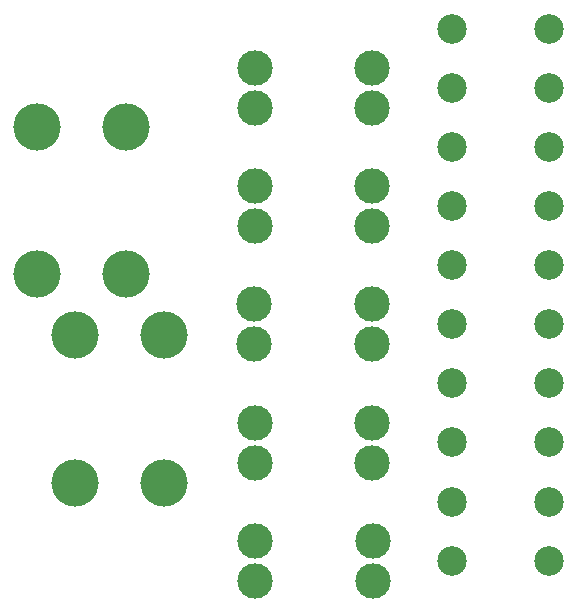
<source format=gbr>
%TF.GenerationSoftware,KiCad,Pcbnew,8.0.2-1*%
%TF.CreationDate,2024-10-12T14:19:06-07:00*%
%TF.ProjectId,PowerDistribution,506f7765-7244-4697-9374-726962757469,R2*%
%TF.SameCoordinates,Original*%
%TF.FileFunction,Copper,L3,Inr*%
%TF.FilePolarity,Positive*%
%FSLAX46Y46*%
G04 Gerber Fmt 4.6, Leading zero omitted, Abs format (unit mm)*
G04 Created by KiCad (PCBNEW 8.0.2-1) date 2024-10-12 14:19:06*
%MOMM*%
%LPD*%
G01*
G04 APERTURE LIST*
%TA.AperFunction,ComponentPad*%
%ADD10C,3.000000*%
%TD*%
%TA.AperFunction,ComponentPad*%
%ADD11C,4.000000*%
%TD*%
%TA.AperFunction,ComponentPad*%
%ADD12C,2.500000*%
%TD*%
G04 APERTURE END LIST*
D10*
%TO.N,/Fuse1*%
%TO.C,F1*%
X206373370Y-102783471D03*
X206373370Y-99383471D03*
%TO.N,+BATT*%
X196453370Y-102783471D03*
X196453370Y-99383471D03*
%TD*%
D11*
%TO.N,-BATT*%
%TO.C,J3*%
X185494370Y-76831471D03*
X185494370Y-64331471D03*
%TO.N,+BATT*%
X177994370Y-76831471D03*
X177994370Y-64331471D03*
%TD*%
D10*
%TO.N,/Fuse2*%
%TO.C,F2*%
X206363370Y-92823471D03*
X206363370Y-89423471D03*
%TO.N,+BATT*%
X196443370Y-92823471D03*
X196443370Y-89423471D03*
%TD*%
D12*
%TO.N,/Fuse1*%
%TO.C,J2*%
X213093371Y-101083474D03*
X221293370Y-101083474D03*
%TO.N,-BATT*%
X213093371Y-96083472D03*
X221293370Y-96083472D03*
%TO.N,/Fuse2*%
X213093371Y-91083471D03*
X221293370Y-91083471D03*
%TO.N,-BATT*%
X213093371Y-86083471D03*
X221293370Y-86083471D03*
%TO.N,/Fuse3*%
X213093371Y-81083471D03*
X221293370Y-81083471D03*
%TO.N,-BATT*%
X213093371Y-76083471D03*
X221293370Y-76083471D03*
%TO.N,/Fuse4*%
X213093371Y-71083471D03*
X221293370Y-71083471D03*
%TO.N,-BATT*%
X213093371Y-66083471D03*
X221293370Y-66083471D03*
%TO.N,/Fuse5*%
X213093371Y-61083471D03*
X221293370Y-61083471D03*
%TO.N,-BATT*%
X213093371Y-56083470D03*
X221293370Y-56083470D03*
%TD*%
D10*
%TO.N,/Fuse5*%
%TO.C,F5*%
X206323370Y-62803471D03*
X206323370Y-59403471D03*
%TO.N,+BATT*%
X196403370Y-62803471D03*
X196403370Y-59403471D03*
%TD*%
%TO.N,/Fuse3*%
%TO.C,F3*%
X206293370Y-82763471D03*
X206293370Y-79363471D03*
%TO.N,+BATT*%
X196373370Y-82763471D03*
X196373370Y-79363471D03*
%TD*%
%TO.N,/Fuse4*%
%TO.C,F4*%
X206363370Y-72773471D03*
X206363370Y-69373471D03*
%TO.N,+BATT*%
X196443370Y-72773471D03*
X196443370Y-69373471D03*
%TD*%
D11*
%TO.N,+BATT*%
%TO.C,J1*%
X181210768Y-82019172D03*
X181210768Y-94519172D03*
%TO.N,-BATT*%
X188710768Y-82019172D03*
X188710768Y-94519172D03*
%TD*%
M02*

</source>
